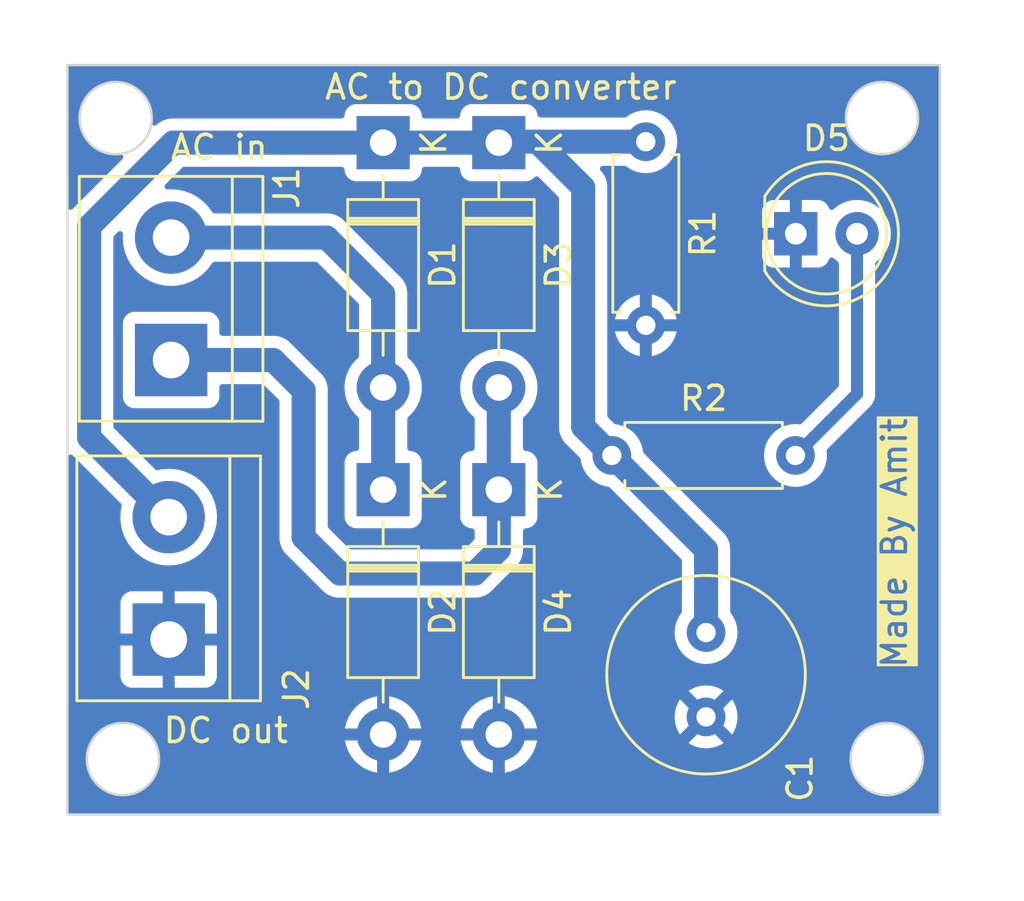
<source format=kicad_pcb>
(kicad_pcb (version 20241229) (generator "pcbnew") (generator_version "9.0")
  (layers (0 "F.Cu" signal) (2 "B.Cu" signal) (13 "F.Paste" user) (15 "B.Paste" user) (5 "F.SilkS" user "F.Silkscreen") (7 "B.SilkS" user "B.Silkscreen") (1 "F.Mask" user) (3 "B.Mask" user) (25 "Edge.Cuts" user))
  (net 0 "")
  (net 1 "/+VE")
  (net 2 "GND")
  (net 3 "Net-(D1-A)")
  (net 4 "Net-(D3-A)")
  (net 5 "Net-(D5-A)")
  (footprint "TerminalBlock:TerminalBlock_bornier-2_P5.08mm" (layer "F.Cu") (at 132.4 87.64 90)
    (property "Reference" "J1" (at 7.14 4.8 90) (layer "F.SilkS"))
    (property "Value" "Screw_Terminal_01x02")
    (fp_line (start 7.62 -3.81) (end -2.54 -3.81) (stroke (width 0.12)) (layer "F.SilkS"))
    (fp_line (start -2.54 -3.81) (end -2.54 3.81) (stroke (width 0.12)) (layer "F.SilkS"))
    (fp_line (start 7.62 2.54) (end -2.54 2.54) (stroke (width 0.12)) (layer "F.SilkS"))
    (fp_line (start 7.62 3.81) (end 7.62 -3.81) (stroke (width 0.12)) (layer "F.SilkS"))
    (fp_line (start -2.54 3.81) (end 7.62 3.81) (stroke (width 0.12)) (layer "F.SilkS"))
    (pad "1" thru_hole rect (at 0 0 90) (size 3 3) (drill 1.52) (layers "*.Cu" "*.Mask") (net 4 "Net-(D3-A)"))
    (pad "2" thru_hole circle (at 5.08 0 90) (size 3 3) (drill 1.52) (layers "*.Cu" "*.Mask") (net 3 "Net-(D1-A)"))
  )
  (footprint "Resistor_THT:R_Axial_DIN0207_L6.3mm_D2.5mm_P7.62mm_Horizontal" (layer "F.Cu") (at 152.1 78.58 -90)
    (property "Reference" "R1" (at 3.81 -2.37 90) (layer "F.SilkS"))
    (property "Value" "10K")
    (fp_line (start 0.54 1.37) (end 7.08 1.37) (stroke (width 0.12)) (layer "F.SilkS"))
    (fp_line (start 7.08 1.37) (end 7.08 1.04) (stroke (width 0.12)) (layer "F.SilkS"))
    (fp_line (start 0.54 1.04) (end 0.54 1.37) (stroke (width 0.12)) (layer "F.SilkS"))
    (fp_line (start 0.54 -1.04) (end 0.54 -1.37) (stroke (width 0.12)) (layer "F.SilkS"))
    (fp_line (start 0.54 -1.37) (end 7.08 -1.37) (stroke (width 0.12)) (layer "F.SilkS"))
    (fp_line (start 7.08 -1.37) (end 7.08 -1.04) (stroke (width 0.12)) (layer "F.SilkS"))
    (pad "1" thru_hole circle (at 0 0 270) (size 1.6 1.6) (drill 0.8) (layers "*.Cu" "*.Mask") (net 1 "/+VE"))
    (pad "2" thru_hole oval (at 7.62 0 270) (size 1.6 1.6) (drill 0.8) (layers "*.Cu" "*.Mask") (net 2 "GND"))
  )
  (footprint "Resistor_THT:R_Axial_DIN0207_L6.3mm_D2.5mm_P7.62mm_Horizontal" (layer "F.Cu") (at 150.69 91.6)
    (property "Reference" "R2" (at 3.81 -2.37 0) (layer "F.SilkS"))
    (property "Value" "2.2K")
    (fp_line (start 0.54 -1.37) (end 7.08 -1.37) (stroke (width 0.12)) (layer "F.SilkS"))
    (fp_line (start 0.54 -1.04) (end 0.54 -1.37) (stroke (width 0.12)) (layer "F.SilkS"))
    (fp_line (start 0.54 1.04) (end 0.54 1.37) (stroke (width 0.12)) (layer "F.SilkS"))
    (fp_line (start 0.54 1.37) (end 7.08 1.37) (stroke (width 0.12)) (layer "F.SilkS"))
    (fp_line (start 7.08 -1.37) (end 7.08 -1.04) (stroke (width 0.12)) (layer "F.SilkS"))
    (fp_line (start 7.08 1.37) (end 7.08 1.04) (stroke (width 0.12)) (layer "F.SilkS"))
    (pad "1" thru_hole circle (at 0 0) (size 1.6 1.6) (drill 0.8) (layers "*.Cu" "*.Mask") (net 1 "/+VE"))
    (pad "2" thru_hole oval (at 7.62 0) (size 1.6 1.6) (drill 0.8) (layers "*.Cu" "*.Mask") (net 5 "Net-(D5-A)"))
  )
  (footprint "LED_THT:LED_D5.0mm" (layer "F.Cu") (at 158.325 82.4)
    (property "Reference" "D5" (at 1.27 -3.96 0) (layer "F.SilkS"))
    (property "Value" "LED")
    (fp_line (start -1.29 -1.545) (end -1.29 1.545) (stroke (width 0.12)) (layer "F.SilkS"))
    (fp_arc (start -1.29 -1.54483) (mid 2.072002 -2.880433) (end 4.26 0.000462) (stroke (width 0.12)) (layer "F.SilkS"))
    (fp_arc (start 4.26 -0.000462) (mid 2.072002 2.880433) (end -1.29 1.54483) (stroke (width 0.12)) (layer "F.SilkS"))
    (fp_circle (center 1.27 0) (end 3.77 0) (stroke (width 0.12)) (fill no) (layer "F.SilkS"))
    (pad "1" thru_hole rect (at 0 0) (size 1.8 1.8) (drill 0.9) (layers "*.Cu" "*.Mask") (net 2 "GND"))
    (pad "2" thru_hole circle (at 2.54 0) (size 1.8 1.8) (drill 0.9) (layers "*.Cu" "*.Mask") (net 5 "Net-(D5-A)"))
  )
  (footprint "Diode_THT:D_DO-41_SOD81_P10.16mm_Horizontal" (layer "F.Cu") (at 146 93.02 -90)
    (property "Reference" "D4" (at 5.08 -2.47 90) (layer "F.SilkS"))
    (property "Value" "1N4007")
    (fp_line (start 2.36 1.47) (end 7.8 1.47) (stroke (width 0.12)) (layer "F.SilkS"))
    (fp_line (start 7.8 1.47) (end 7.8 -1.47) (stroke (width 0.12)) (layer "F.SilkS"))
    (fp_line (start 1.34 0) (end 2.36 0) (stroke (width 0.12)) (layer "F.SilkS"))
    (fp_line (start 8.82 0) (end 7.8 0) (stroke (width 0.12)) (layer "F.SilkS"))
    (fp_line (start 2.36 -1.47) (end 2.36 1.47) (stroke (width 0.12)) (layer "F.SilkS"))
    (fp_line (start 3.14 -1.47) (end 3.14 1.47) (stroke (width 0.12)) (layer "F.SilkS"))
    (fp_line (start 3.26 -1.47) (end 3.26 1.47) (stroke (width 0.12)) (layer "F.SilkS"))
    (fp_line (start 3.38 -1.47) (end 3.38 1.47) (stroke (width 0.12)) (layer "F.SilkS"))
    (fp_line (start 7.8 -1.47) (end 2.36 -1.47) (stroke (width 0.12)) (layer "F.SilkS"))
    (fp_text user "K" (at 0 -2.1 90) (layer "F.SilkS"))
    (pad "1" thru_hole rect (at 0 0 270) (size 2.2 2.2) (drill 1.1) (layers "*.Cu" "*.Mask") (net 4 "Net-(D3-A)"))
    (pad "2" thru_hole oval (at 10.16 0 270) (size 2.2 2.2) (drill 1.1) (layers "*.Cu" "*.Mask") (net 2 "GND"))
  )
  (footprint "Diode_THT:D_DO-41_SOD81_P10.16mm_Horizontal" (layer "F.Cu") (at 146 78.62 -90)
    (property "Reference" "D3" (at 5.08 -2.47 90) (layer "F.SilkS"))
    (property "Value" "1N4007")
    (fp_line (start 2.36 1.47) (end 7.8 1.47) (stroke (width 0.12)) (layer "F.SilkS"))
    (fp_line (start 7.8 1.47) (end 7.8 -1.47) (stroke (width 0.12)) (layer "F.SilkS"))
    (fp_line (start 1.34 0) (end 2.36 0) (stroke (width 0.12)) (layer "F.SilkS"))
    (fp_line (start 8.82 0) (end 7.8 0) (stroke (width 0.12)) (layer "F.SilkS"))
    (fp_line (start 2.36 -1.47) (end 2.36 1.47) (stroke (width 0.12)) (layer "F.SilkS"))
    (fp_line (start 3.14 -1.47) (end 3.14 1.47) (stroke (width 0.12)) (layer "F.SilkS"))
    (fp_line (start 3.26 -1.47) (end 3.26 1.47) (stroke (width 0.12)) (layer "F.SilkS"))
    (fp_line (start 3.38 -1.47) (end 3.38 1.47) (stroke (width 0.12)) (layer "F.SilkS"))
    (fp_line (start 7.8 -1.47) (end 2.36 -1.47) (stroke (width 0.12)) (layer "F.SilkS"))
    (fp_text user "K" (at 0 -2.1 90) (layer "F.SilkS"))
    (pad "1" thru_hole rect (at 0 0 270) (size 2.2 2.2) (drill 1.1) (layers "*.Cu" "*.Mask") (net 1 "/+VE"))
    (pad "2" thru_hole oval (at 10.16 0 270) (size 2.2 2.2) (drill 1.1) (layers "*.Cu" "*.Mask") (net 4 "Net-(D3-A)"))
  )
  (footprint "Capacitor_THT:C_Radial_D8.0mm_H11.5mm_P3.50mm" (layer "F.Cu") (at 154.6 98.95 -90)
    (property "Reference" "C1" (at 6.05 -3.9 90) (layer "F.SilkS"))
    (property "Value" "1000uF")
    (fp_circle (center 1.75 0) (end 5.87 0) (stroke (width 0.12)) (fill no) (layer "F.SilkS"))
    (pad "1" thru_hole circle (at 0 0 270) (size 1.6 1.6) (drill 0.8) (layers "*.Cu" "*.Mask") (net 1 "/+VE"))
    (pad "2" thru_hole circle (at 3.5 0 270) (size 1.6 1.6) (drill 0.8) (layers "*.Cu" "*.Mask") (net 2 "GND"))
  )
  (footprint "TerminalBlock:TerminalBlock_bornier-2_P5.08mm" (layer "F.Cu") (at 132.3 99.24 90)
    (property "Reference" "J2" (at -2.06 5.3 90) (layer "F.SilkS"))
    (property "Value" "Screw_Terminal_01x02")
    (fp_line (start 7.62 -3.81) (end -2.54 -3.81) (stroke (width 0.12)) (layer "F.SilkS"))
    (fp_line (start -2.54 -3.81) (end -2.54 3.81) (stroke (width 0.12)) (layer "F.SilkS"))
    (fp_line (start 7.62 2.54) (end -2.54 2.54) (stroke (width 0.12)) (layer "F.SilkS"))
    (fp_line (start 7.62 3.81) (end 7.62 -3.81) (stroke (width 0.12)) (layer "F.SilkS"))
    (fp_line (start -2.54 3.81) (end 7.62 3.81) (stroke (width 0.12)) (layer "F.SilkS"))
    (pad "1" thru_hole rect (at 0 0 90) (size 3 3) (drill 1.52) (layers "*.Cu" "*.Mask") (net 2 "GND"))
    (pad "2" thru_hole circle (at 5.08 0 90) (size 3 3) (drill 1.52) (layers "*.Cu" "*.Mask") (net 1 "/+VE"))
  )
  (footprint "Diode_THT:D_DO-41_SOD81_P10.16mm_Horizontal" (layer "F.Cu") (at 141.2 93.02 -90)
    (property "Reference" "D2" (at 5.08 -2.47 90) (layer "F.SilkS"))
    (property "Value" "1N4007")
    (fp_line (start 2.36 1.47) (end 7.8 1.47) (stroke (width 0.12)) (layer "F.SilkS"))
    (fp_line (start 7.8 1.47) (end 7.8 -1.47) (stroke (width 0.12)) (layer "F.SilkS"))
    (fp_line (start 1.34 0) (end 2.36 0) (stroke (width 0.12)) (layer "F.SilkS"))
    (fp_line (start 8.82 0) (end 7.8 0) (stroke (width 0.12)) (layer "F.SilkS"))
    (fp_line (start 2.36 -1.47) (end 2.36 1.47) (stroke (width 0.12)) (layer "F.SilkS"))
    (fp_line (start 3.14 -1.47) (end 3.14 1.47) (stroke (width 0.12)) (layer "F.SilkS"))
    (fp_line (start 3.26 -1.47) (end 3.26 1.47) (stroke (width 0.12)) (layer "F.SilkS"))
    (fp_line (start 3.38 -1.47) (end 3.38 1.47) (stroke (width 0.12)) (layer "F.SilkS"))
    (fp_line (start 7.8 -1.47) (end 2.36 -1.47) (stroke (width 0.12)) (layer "F.SilkS"))
    (fp_text user "K" (at 0 -2.1 90) (layer "F.SilkS"))
    (pad "1" thru_hole rect (at 0 0 270) (size 2.2 2.2) (drill 1.1) (layers "*.Cu" "*.Mask") (net 3 "Net-(D1-A)"))
    (pad "2" thru_hole oval (at 10.16 0 270) (size 2.2 2.2) (drill 1.1) (layers "*.Cu" "*.Mask") (net 2 "GND"))
  )
  (footprint "Diode_THT:D_DO-41_SOD81_P10.16mm_Horizontal" (layer "F.Cu") (at 141.2 78.62 -90)
    (property "Reference" "D1" (at 5.08 -2.47 90) (layer "F.SilkS"))
    (property "Value" "1N4007")
    (fp_line (start 2.36 1.47) (end 7.8 1.47) (stroke (width 0.12)) (layer "F.SilkS"))
    (fp_line (start 7.8 1.47) (end 7.8 -1.47) (stroke (width 0.12)) (layer "F.SilkS"))
    (fp_line (start 1.34 0) (end 2.36 0) (stroke (width 0.12)) (layer "F.SilkS"))
    (fp_line (start 8.82 0) (end 7.8 0) (stroke (width 0.12)) (layer "F.SilkS"))
    (fp_line (start 2.36 -1.47) (end 2.36 1.47) (stroke (width 0.12)) (layer "F.SilkS"))
    (fp_line (start 3.14 -1.47) (end 3.14 1.47) (stroke (width 0.12)) (layer "F.SilkS"))
    (fp_line (start 3.26 -1.47) (end 3.26 1.47) (stroke (width 0.12)) (layer "F.SilkS"))
    (fp_line (start 3.38 -1.47) (end 3.38 1.47) (stroke (width 0.12)) (layer "F.SilkS"))
    (fp_line (start 7.8 -1.47) (end 2.36 -1.47) (stroke (width 0.12)) (layer "F.SilkS"))
    (fp_text user "K" (at 0 -2.1 90) (layer "F.SilkS"))
    (pad "1" thru_hole rect (at 0 0 270) (size 2.2 2.2) (drill 1.1) (layers "*.Cu" "*.Mask") (net 1 "/+VE"))
    (pad "2" thru_hole oval (at 10.16 0 270) (size 2.2 2.2) (drill 1.1) (layers "*.Cu" "*.Mask") (net 3 "Net-(D1-A)"))
  )
  (gr_circle (center 161.9 77.6) (end 163.4 77.6) (stroke (width 0.1)) (fill no) (layer "Edge.Cuts"))
  (gr_rect (start 128.1 75.4) (end 164.3 106.5) (stroke (width 0.1)) (fill no) (layer "Edge.Cuts"))
  (gr_circle (center 130.1 77.6) (end 131.6 77.6) (stroke (width 0.1)) (fill no) (layer "Edge.Cuts"))
  (gr_circle (center 130.4 104.2) (end 131.9 104.2) (stroke (width 0.1)) (fill no) (layer "Edge.Cuts"))
  (gr_circle (center 162.1 104.2) (end 163.6 104.2) (stroke (width 0.1)) (fill no) (layer "Edge.Cuts"))
  (gr_text "AC to DC converter" (at 138.7 76.9 0) (layer "F.SilkS") (effects (font (size 1 1)) (justify left bottom)))
  (gr_text "AC in" (at 132.3 79.4 0) (layer "F.SilkS") (effects (font (size 1 1)) (justify left bottom)))
  (gr_text "DC out" (at 132 103.6 0) (layer "F.SilkS") (effects (font (size 1 1)) (justify left bottom)))
  (gr_text "Made By Amit\n" (at 163 100.5 90) (layer "F.SilkS" knockout) (effects (font (size 1 1)) (justify left bottom)))
  (segment (start 154.6 95.51) (end 150.69 91.6) (width 1) (layer "B.Cu") (net 1))
  (segment (start 129 90.86) (end 129 82.1) (width 1) (layer "B.Cu") (net 1))
  (segment (start 147.6 78.58) (end 146.04 78.58) (width 1) (layer "B.Cu") (net 1))
  (segment (start 152.1 78.58) (end 147.6 78.58) (width 1) (layer "B.Cu") (net 1))
  (segment (start 129 82.1) (end 132.48 78.62) (width 1) (layer "B.Cu") (net 1))
  (segment (start 149.5 80.48) (end 147.6 78.58) (width 1) (layer "B.Cu") (net 1))
  (segment (start 132.48 78.62) (end 141.2 78.62) (width 1) (layer "B.Cu") (net 1))
  (segment (start 154.6 98.95) (end 154.6 95.51) (width 1) (layer "B.Cu") (net 1))
  (segment (start 146 78.62) (end 141.2 78.62) (width 1) (layer "B.Cu") (net 1))
  (segment (start 146.04 78.58) (end 146 78.62) (width 1) (layer "B.Cu") (net 1))
  (segment (start 149.5 90.41) (end 149.5 80.48) (width 1) (layer "B.Cu") (net 1))
  (segment (start 150.69 91.6) (end 149.5 90.41) (width 1) (layer "B.Cu") (net 1))
  (segment (start 132.3 94.16) (end 129 90.86) (width 1) (layer "B.Cu") (net 1))
  (segment (start 138.86 82.56) (end 141.2 84.9) (width 1) (layer "B.Cu") (net 3))
  (segment (start 132.4 82.56) (end 138.86 82.56) (width 1) (layer "B.Cu") (net 3))
  (segment (start 141.2 93.02) (end 141.2 88.78) (width 1) (layer "B.Cu") (net 3))
  (segment (start 141.2 84.9) (end 141.2 88.78) (width 1) (layer "B.Cu") (net 3))
  (segment (start 146 93.02) (end 146 88.78) (width 1) (layer "B.Cu") (net 4))
  (segment (start 137.9 88.9) (end 137.9 95) (width 1) (layer "B.Cu") (net 4))
  (segment (start 132.4 87.64) (end 136.64 87.64) (width 1) (layer "B.Cu") (net 4))
  (segment (start 137.9 95) (end 139.4 96.5) (width 1) (layer "B.Cu") (net 4))
  (segment (start 145 96.5) (end 146 95.5) (width 1) (layer "B.Cu") (net 4))
  (segment (start 139.4 96.5) (end 145 96.5) (width 1) (layer "B.Cu") (net 4))
  (segment (start 136.64 87.64) (end 137.9 88.9) (width 1) (layer "B.Cu") (net 4))
  (segment (start 146 95.5) (end 146 93.02) (width 1) (layer "B.Cu") (net 4))
  (segment (start 160.865 89.045) (end 158.31 91.6) (width 0.5) (layer "B.Cu") (net 5))
  (segment (start 160.865 82.4) (end 160.865 89.045) (width 0.5) (layer "B.Cu") (net 5))
  (zone (net 2) (net_name "GND") (layer "B.Cu") (connect_pads (clearance 0.5)) (min_thickness 0.25) (fill yes (thermal_gap 0.5) (thermal_bridge_width 0.5))
    (polygon (pts (xy 125.3 72.9) (xy 167.3 72.7) (xy 167.8 109.9) (xy 126.1 110.1) (xy 125.4 72.7)))
  )
)
</source>
